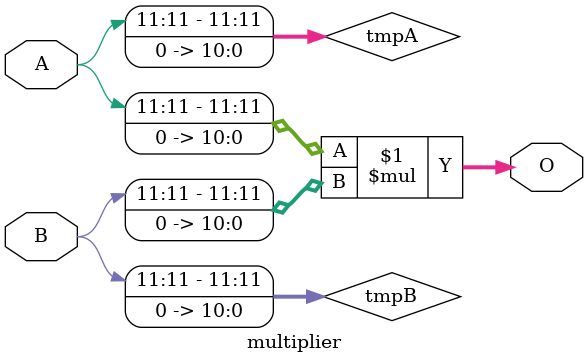
<source format=sv>
`include "param_def.sv"





/***
* This code is a part of EvoApproxLib library (ehw.fit.vutbr.cz/approxlib) distributed under The MIT License.
* When used, please cite the following article(s): V. Mrazek, O. Vasicek, L. Sekanina, H. Jiang and J. Han, "Scalable Construction of Approximate Multipliers With Formally Guaranteed Worst Case Error" in IEEE Transactions on Very Large Scale Integration (VLSI) Systems, vol. 26, no. 11, pp. 2572-2576, Nov. 2018. doi: 10.1109/TVLSI.2018.2856362 
* This file contains a circuit from a sub-set of pareto optimal circuits with respect to the pwr and wce parameters
***/
// MAE% = 18.74 %
// MAE = 3143680 
// WCE% = 74.95 %
// WCE = 12574721 
// WCRE% = 100.00 %
// EP% = 99.95 %
// MRE% = 87.98 %
// MSE = 15865.376e9 
// PDK45_PWR = 0.0003 mW
// PDK45_AREA = 2.3 um2
// PDK45_DELAY = 0.04 ns



module multiplier(
  A, 
  B,
  O
);

input [12-1:0] A;
input [12-1:0] B;
output [2*12-1:0] O;

wire [12-1:0] tmpA;
wire [12-1:0] tmpB;
assign tmpA = {A[12-1:11],{11{1'b0}}};
assign tmpB = {B[12-1:11],{11{1'b0}}};
assign O = tmpA * tmpB;
endmodule













</source>
